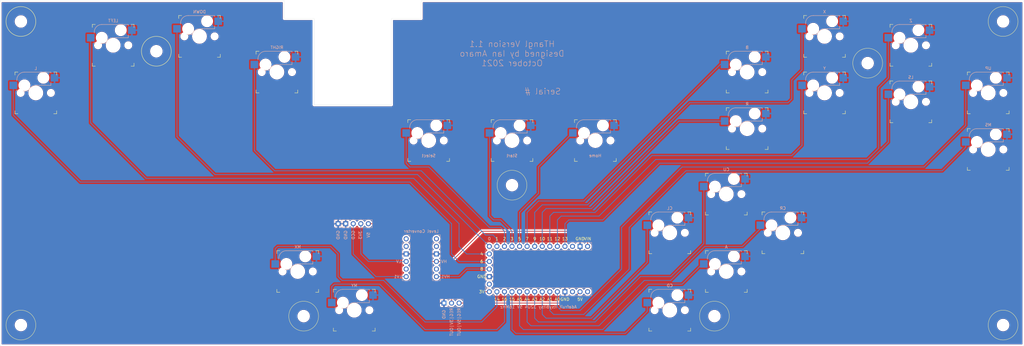
<source format=kicad_pcb>
(kicad_pcb (version 20171130) (host pcbnew "(5.1.10)-1")
  (title_block (title Rectangle) (rev 1))
  (layers (0 F.Cu signal) (31 B.Cu signal) (34 B.Paste user hide) (35 F.Paste user hide) (36 B.SilkS user) (37 F.SilkS user) (38 B.Mask user) (39 F.Mask user) (44 Edge.Cuts user))
  (net 0 "")
  (net 1 Gnd)
  (net 2 GCD)
  (net 3 3V3)
  (net 4 5V)
  (net 5 GCDA)
  (net 6 HO)
  (net 7 ST)
  (net 8 SE)
  (net 9 MY)
  (net 10 MX)
  (net 11 RI)
  (net 12 CD)
  (net 13 DO)
  (net 14 LE)
  (net 15 L)
  (net 16 CL)
  (net 17 A)
  (net 18 MS)
  (net 19 CR)
  (net 20 CU)
  (net 21 LS)
  (net 22 R)
  (net 23 Y)
  (net 24 UP)
  (net 25 Z)
  (net 26 B)
  (net 27 X)
  (net 28 R5V)
  (net 29 R3V)
  (module Connector_PinHeader_2.54mm:PinHeader_1x03_P2.54mm_Vertical (layer B.Cu) (at 187.66 151.97 270)
    (fp_text reference REF** hide)
    (fp_text value PinHeader_1x03_P2.54mm_Vertical)
    (pad 3 thru_hole oval (at 0 -5.08 270) (size 1.7 1.7) (drill 1) (layers *.Cu *.Mask) (net 28 R5V))
    (pad 2 thru_hole oval (at 0 -2.54 270) (size 1.7 1.7) (drill 1) (layers *.Cu *.Mask) (net 29 R3V))
    (pad 1 thru_hole rect (at 0 0 270) (size 1.7 1.7) (drill 1) (layers *.Cu *.Mask) (net 1 Gnd))
  )
  (module Connector_PinHeader_2.54mm:PinHeader_1x05_P2.54mm_Vertical (layer B.Cu) (at 152.1 125.3 270)
    (fp_text reference REF** hide)
    (fp_text value PinHeader_1x05_P2.54mm_Vertical)
    (pad 5 thru_hole oval (at 0 -10.16 270) (size 1.7 1.7) (drill 1) (layers *.Cu *.Mask) (net 4 5V))
    (pad 4 thru_hole oval (at 0 -7.62 270) (size 1.7 1.7) (drill 1) (layers *.Cu *.Mask) (net 3 3V3))
    (pad 3 thru_hole oval (at 0 -5.08 270) (size 1.7 1.7) (drill 1) (layers *.Cu *.Mask) (net 2 GCD))
    (pad 2 thru_hole rect (at 0 -2.54 270) (size 1.7 1.7) (drill 1) (layers *.Cu *.Mask) (net 1 Gnd))
    (pad 1 thru_hole rect (at 0 0 270) (size 1.7 1.7) (drill 1) (layers *.Cu *.Mask) (net 1 Gnd))
  )
  (module MountingHole:MountingHole_3.2mm_M3 (layer F.Cu) (at 210.52 112.36)
    (fp_text reference REF** hide)
    (fp_text value MountingHole_3.2mm_M3)
    (pad 1 np_thru_hole circle (at 0 0) (size 3.2 3.2) (drill 3.2) (layers *.Cu *.Mask))
  )
  (module Connector_PinHeader_2.54mm:PinHeader_1x05_P2.54mm_Vertical (layer B.Cu) (at 202.9 145.62)
    (fp_text reference REF** hide)
    (fp_text value PinHeader_1x05_P2.54mm_Vertical)
    (pad 5 thru_hole oval (at 0 -10.16) (size 1.7 1.7) (drill 1) (layers *.Cu *.Mask) (net 14 LE))
    (pad 4 thru_hole oval (at 0 -7.62) (size 1.7 1.7) (drill 1) (layers *.Cu *.Mask) (net 15 L))
    (pad 3 thru_hole oval (at 0 -5.08) (size 1.7 1.7) (drill 1) (layers *.Cu *.Mask) (net 5 GCDA))
    (pad 2 thru_hole rect (at 0 -2.54) (size 1.7 1.7) (drill 1) (layers *.Cu *.Mask) (net 1 Gnd))
    (pad 1 thru_hole oval (at 0 0) (size 1.7 1.7) (drill 1) (layers *.Cu *.Mask))
  )
  (module Connector_PinHeader_2.54mm:PinHeader_1x14_P2.54mm_Vertical (layer B.Cu) (at 202.9 148.16 270)
    (fp_text reference REF** hide)
    (fp_text value PinHeader_1x14_P2.54mm_Vertical)
    (pad 14 thru_hole oval (at 0 -33.02 270) (size 1.7 1.7) (drill 1) (layers *.Cu *.Mask))
    (pad 13 thru_hole oval (at 0 -30.48 270) (size 1.7 1.7) (drill 1) (layers *.Cu *.Mask) (net 28 R5V))
    (pad 12 thru_hole oval (at 0 -27.94 270) (size 1.7 1.7) (drill 1) (layers *.Cu *.Mask))
    (pad 11 thru_hole rect (at 0 -25.4 270) (size 1.7 1.7) (drill 1) (layers *.Cu *.Mask) (net 1 Gnd))
    (pad 10 thru_hole oval (at 0 -22.86 270) (size 1.7 1.7) (drill 1) (layers *.Cu *.Mask) (net 24 UP))
    (pad 9 thru_hole oval (at 0 -20.32 270) (size 1.7 1.7) (drill 1) (layers *.Cu *.Mask) (net 18 MS))
    (pad 8 thru_hole oval (at 0 -17.78 270) (size 1.7 1.7) (drill 1) (layers *.Cu *.Mask) (net 16 CL))
    (pad 7 thru_hole oval (at 0 -15.24 270) (size 1.7 1.7) (drill 1) (layers *.Cu *.Mask) (net 20 CU))
    (pad 6 thru_hole oval (at 0 -12.7 270) (size 1.7 1.7) (drill 1) (layers *.Cu *.Mask) (net 19 CR))
    (pad 5 thru_hole oval (at 0 -10.16 270) (size 1.7 1.7) (drill 1) (layers *.Cu *.Mask) (net 17 A))
    (pad 4 thru_hole oval (at 0 -7.62 270) (size 1.7 1.7) (drill 1) (layers *.Cu *.Mask) (net 12 CD))
    (pad 3 thru_hole oval (at 0 -5.08 270) (size 1.7 1.7) (drill 1) (layers *.Cu *.Mask) (net 9 MY))
    (pad 2 thru_hole oval (at 0 -2.54 270) (size 1.7 1.7) (drill 1) (layers *.Cu *.Mask) (net 10 MX))
    (pad 1 thru_hole oval (at 0 0 270) (size 1.7 1.7) (drill 1) (layers *.Cu *.Mask) (net 29 R3V))
  )
  (module Connector_PinHeader_2.54mm:PinHeader_1x14_P2.54mm_Vertical (layer B.Cu) (at 202.9 132.92 270)
    (fp_text reference REF** hide)
    (fp_text value PinHeader_1x14_P2.54mm_Vertical)
    (pad 14 thru_hole oval (at 0 -33.02 270) (size 1.7 1.7) (drill 1) (layers *.Cu *.Mask) (net 4 5V))
    (pad 13 thru_hole rect (at 0 -30.48 270) (size 1.7 1.7) (drill 1) (layers *.Cu *.Mask) (net 1 Gnd))
    (pad 12 thru_hole oval (at 0 -27.94 270) (size 1.7 1.7) (drill 1) (layers *.Cu *.Mask))
    (pad 11 thru_hole oval (at 0 -25.4 270) (size 1.7 1.7) (drill 1) (layers *.Cu *.Mask) (net 21 LS))
    (pad 10 thru_hole oval (at 0 -22.86 270) (size 1.7 1.7) (drill 1) (layers *.Cu *.Mask) (net 25 Z))
    (pad 9 thru_hole oval (at 0 -20.32 270) (size 1.7 1.7) (drill 1) (layers *.Cu *.Mask) (net 23 Y))
    (pad 8 thru_hole oval (at 0 -17.78 270) (size 1.7 1.7) (drill 1) (layers *.Cu *.Mask) (net 22 R))
    (pad 7 thru_hole oval (at 0 -15.24 270) (size 1.7 1.7) (drill 1) (layers *.Cu *.Mask) (net 27 X))
    (pad 6 thru_hole oval (at 0 -12.7 270) (size 1.7 1.7) (drill 1) (layers *.Cu *.Mask) (net 26 B))
    (pad 5 thru_hole oval (at 0 -10.16 270) (size 1.7 1.7) (drill 1) (layers *.Cu *.Mask) (net 6 HO))
    (pad 4 thru_hole oval (at 0 -7.62 270) (size 1.7 1.7) (drill 1) (layers *.Cu *.Mask) (net 7 ST))
    (pad 3 thru_hole oval (at 0 -5.08 270) (size 1.7 1.7) (drill 1) (layers *.Cu *.Mask) (net 8 SE))
    (pad 2 thru_hole oval (at 0 -2.54 270) (size 1.7 1.7) (drill 1) (layers *.Cu *.Mask) (net 11 RI))
    (pad 1 thru_hole oval (at 0 0 270) (size 1.7 1.7) (drill 1) (layers *.Cu *.Mask) (net 13 DO))
  )
  (module keyswitches:Kailh_socket_MX (layer F.Cu) (at 182.52 97.36)
    (fp_text reference Select (at 0 5.08) (layer B.SilkS) (effects (justify mirror)))
    (fp_text value Kailh_socket_MX)
    (pad 2 smd rect (at -7.56 -2.54) (size 2.55 2.5) (layers B.Cu B.Paste B.Mask) (net 8 SE))
    (pad "" np_thru_hole circle (at -5.08 0) (size 1.7018 1.7018) (drill 1.7018) (layers *.Cu *.Mask))
    (pad "" np_thru_hole circle (at 5.08 0) (size 1.7018 1.7018) (drill 1.7018) (layers *.Cu *.Mask))
    (pad "" np_thru_hole circle (at 0 0) (size 3.9878 3.9878) (drill 3.9878) (layers *.Cu *.Mask))
    (pad "" np_thru_hole circle (at -3.81 -2.54) (size 3 3) (drill 3) (layers *.Cu *.Mask))
    (pad "" np_thru_hole circle (at 2.54 -5.08) (size 3 3) (drill 3) (layers *.Cu *.Mask))
    (pad 1 smd rect (at 6.29 -5.08) (size 2.55 2.5) (layers B.Cu B.Paste B.Mask) (net 1 Gnd))
  )
  (module Connector_PinHeader_2.54mm:PinHeader_1x06_P2.54mm_Vertical (layer B.Cu) (at 185.12 130.38 180)
    (fp_text reference "Level Converter" (at 5.08 2.54) (layer B.SilkS) (effects (justify mirror)))
    (fp_text value PinHeader_1x06_P2.54mm_Vertical)
    (pad 6 thru_hole oval (at 0 -12.7 180) (size 1.7 1.7) (drill 1) (layers *.Cu *.Mask) (net 5 GCDA))
    (pad 5 thru_hole oval (at 0 -10.16 180) (size 1.7 1.7) (drill 1) (layers *.Cu *.Mask))
    (pad 4 thru_hole oval (at 0 -7.62 180) (size 1.7 1.7) (drill 1) (layers *.Cu *.Mask) (net 4 5V))
    (pad 3 thru_hole rect (at 0 -5.08 180) (size 1.7 1.7) (drill 1) (layers *.Cu *.Mask) (net 1 Gnd))
    (pad 2 thru_hole oval (at 0 -2.54 180) (size 1.7 1.7) (drill 1) (layers *.Cu *.Mask))
    (pad 1 thru_hole oval (at 0 0 180) (size 1.7 1.7) (drill 1) (layers *.Cu *.Mask))
  )
  (module MountingHole:MountingHole_3.2mm_M3 (layer F.Cu) (at 330.02 71.36)
    (fp_text reference REF** hide)
    (fp_text value MountingHole_3.2mm_M3)
    (pad 1 np_thru_hole circle (at 0 0) (size 3.2 3.2) (drill 3.2) (layers *.Cu *.Mask))
  )
  (module MountingHole:MountingHole_3.2mm_M3 (layer F.Cu) (at 91.02 67.36)
    (fp_text reference REF** hide)
    (fp_text value MountingHole_3.2mm_M3)
    (pad 1 np_thru_hole circle (at 0 0) (size 3.2 3.2) (drill 3.2) (layers *.Cu *.Mask))
  )
  (module MountingHole:MountingHole_3.2mm_M3 (layer F.Cu) (at 140.52 156.36)
    (fp_text reference REF** hide)
    (fp_text value MountingHole_3.2mm_M3)
    (pad 1 np_thru_hole circle (at 0 0) (size 3.2 3.2) (drill 3.2) (layers *.Cu *.Mask))
  )
  (module MountingHole:MountingHole_3.2mm_M3 (layer F.Cu) (at 278.52 156.36)
    (fp_text reference REF** hide)
    (fp_text value MountingHole_3.2mm_M3)
    (pad 1 np_thru_hole circle (at 0 0) (size 3.2 3.2) (drill 3.2) (layers *.Cu *.Mask))
  )
  (module MountingHole:MountingHole_3.2mm_M3 (layer F.Cu) (at 375.52 159.36)
    (fp_text reference REF** hide)
    (fp_text value MountingHole_3.2mm_M3)
    (pad 1 np_thru_hole circle (at 0 0) (size 3.2 3.2) (drill 3.2) (layers *.Cu *.Mask))
  )
  (module MountingHole:MountingHole_3.2mm_M3 (layer F.Cu) (at 375.52 57.36)
    (fp_text reference REF** hide)
    (fp_text value MountingHole_3.2mm_M3)
    (pad 1 np_thru_hole circle (at 0 0) (size 3.2 3.2) (drill 3.2) (layers *.Cu *.Mask))
  )
  (module MountingHole:MountingHole_3.2mm_M3 (layer F.Cu) (at 45.52 57.36)
    (fp_text reference REF** hide)
    (fp_text value MountingHole_3.2mm_M3)
    (pad 1 np_thru_hole circle (at 0 0) (size 3.2 3.2) (drill 3.2) (layers *.Cu *.Mask))
  )
  (module MountingHole:MountingHole_3.2mm_M3 (layer F.Cu) (at 45.52 159.36)
    (fp_text reference REF** hide)
    (fp_text value MountingHole_3.2mm_M3)
    (pad 1 np_thru_hole circle (at 0 0) (size 3.2 3.2) (drill 3.2) (layers *.Cu *.Mask))
  )
  (module Connector_PinHeader_2.54mm:PinHeader_1x06_P2.54mm_Vertical (layer B.Cu) (at 174.96 130.38 180)
    (fp_text reference REF** hide)
    (fp_text value PinHeader_1x06_P2.54mm_Vertical)
    (pad 6 thru_hole oval (at 0 -12.7 180) (size 1.7 1.7) (drill 1) (layers *.Cu *.Mask) (net 2 GCD))
    (pad 5 thru_hole oval (at 0 -10.16 180) (size 1.7 1.7) (drill 1) (layers *.Cu *.Mask))
    (pad 4 thru_hole oval (at 0 -7.62 180) (size 1.7 1.7) (drill 1) (layers *.Cu *.Mask) (net 3 3V3))
    (pad 3 thru_hole rect (at 0 -5.08 180) (size 1.7 1.7) (drill 1) (layers *.Cu *.Mask) (net 1 Gnd))
    (pad 2 thru_hole oval (at 0 -2.54 180) (size 1.7 1.7) (drill 1) (layers *.Cu *.Mask))
    (pad 1 thru_hole oval (at 0 0 180) (size 1.7 1.7) (drill 1) (layers *.Cu *.Mask))
  )
  (module keyswitches:Kailh_socket_MX (layer F.Cu) (at 263.52 154.36)
    (fp_text reference CD (at 0 -8.255) (layer B.SilkS) (effects (justify mirror)))
    (fp_text value Kailh_socket_MX)
    (pad 2 smd rect (at -7.56 -2.54) (size 2.55 2.5) (layers B.Cu B.Paste B.Mask) (net 12 CD))
    (pad "" np_thru_hole circle (at -5.08 0) (size 1.7018 1.7018) (drill 1.7018) (layers *.Cu *.Mask))
    (pad "" np_thru_hole circle (at 5.08 0) (size 1.7018 1.7018) (drill 1.7018) (layers *.Cu *.Mask))
    (pad "" np_thru_hole circle (at 0 0) (size 3.9878 3.9878) (drill 3.9878) (layers *.Cu *.Mask))
    (pad "" np_thru_hole circle (at -3.81 -2.54) (size 3 3) (drill 3) (layers *.Cu *.Mask))
    (pad "" np_thru_hole circle (at 2.54 -5.08) (size 3 3) (drill 3) (layers *.Cu *.Mask))
    (pad 1 smd rect (at 6.29 -5.08) (size 2.55 2.5) (layers B.Cu B.Paste B.Mask) (net 1 Gnd))
  )
  (module keyswitches:Kailh_socket_MX (layer F.Cu) (at 301.52 128.36)
    (fp_text reference CR (at 0 -8.255) (layer B.SilkS) (effects (justify mirror)))
    (fp_text value Kailh_socket_MX)
    (pad 2 smd rect (at -7.56 -2.54) (size 2.55 2.5) (layers B.Cu B.Paste B.Mask) (net 19 CR))
    (pad "" np_thru_hole circle (at -5.08 0) (size 1.7018 1.7018) (drill 1.7018) (layers *.Cu *.Mask))
    (pad "" np_thru_hole circle (at 5.08 0) (size 1.7018 1.7018) (drill 1.7018) (layers *.Cu *.Mask))
    (pad "" np_thru_hole circle (at 0 0) (size 3.9878 3.9878) (drill 3.9878) (layers *.Cu *.Mask))
    (pad "" np_thru_hole circle (at -3.81 -2.54) (size 3 3) (drill 3) (layers *.Cu *.Mask))
    (pad "" np_thru_hole circle (at 2.54 -5.08) (size 3 3) (drill 3) (layers *.Cu *.Mask))
    (pad 1 smd rect (at 6.29 -5.08) (size 2.55 2.5) (layers B.Cu B.Paste B.Mask) (net 1 Gnd))
  )
  (module keyswitches:Kailh_socket_MX (layer F.Cu) (at 263.52 128.36)
    (fp_text reference CL (at 0 -8.255) (layer B.SilkS) (effects (justify mirror)))
    (fp_text value Kailh_socket_MX)
    (pad 2 smd rect (at -7.56 -2.54) (size 2.55 2.5) (layers B.Cu B.Paste B.Mask) (net 16 CL))
    (pad "" np_thru_hole circle (at -5.08 0) (size 1.7018 1.7018) (drill 1.7018) (layers *.Cu *.Mask))
    (pad "" np_thru_hole circle (at 5.08 0) (size 1.7018 1.7018) (drill 1.7018) (layers *.Cu *.Mask))
    (pad "" np_thru_hole circle (at 0 0) (size 3.9878 3.9878) (drill 3.9878) (layers *.Cu *.Mask))
    (pad "" np_thru_hole circle (at -3.81 -2.54) (size 3 3) (drill 3) (layers *.Cu *.Mask))
    (pad "" np_thru_hole circle (at 2.54 -5.08) (size 3 3) (drill 3) (layers *.Cu *.Mask))
    (pad 1 smd rect (at 6.29 -5.08) (size 2.55 2.5) (layers B.Cu B.Paste B.Mask) (net 1 Gnd))
  )
  (module keyswitches:Kailh_socket_MX (layer F.Cu) (at 282.52 115.36)
    (fp_text reference CU (at 0 -8.255) (layer B.SilkS) (effects (justify mirror)))
    (fp_text value Kailh_socket_MX)
    (pad 2 smd rect (at -7.56 -2.54) (size 2.55 2.5) (layers B.Cu B.Paste B.Mask) (net 20 CU))
    (pad "" np_thru_hole circle (at -5.08 0) (size 1.7018 1.7018) (drill 1.7018) (layers *.Cu *.Mask))
    (pad "" np_thru_hole circle (at 5.08 0) (size 1.7018 1.7018) (drill 1.7018) (layers *.Cu *.Mask))
    (pad "" np_thru_hole circle (at 0 0) (size 3.9878 3.9878) (drill 3.9878) (layers *.Cu *.Mask))
    (pad "" np_thru_hole circle (at -3.81 -2.54) (size 3 3) (drill 3) (layers *.Cu *.Mask))
    (pad "" np_thru_hole circle (at 2.54 -5.08) (size 3 3) (drill 3) (layers *.Cu *.Mask))
    (pad 1 smd rect (at 6.29 -5.08) (size 2.55 2.5) (layers B.Cu B.Paste B.Mask) (net 1 Gnd))
  )
  (module keyswitches:Kailh_socket_MX (layer F.Cu) (at 282.52 141.36)
    (fp_text reference A (at 0 -8.255) (layer B.SilkS) (effects (justify mirror)))
    (fp_text value Kailh_socket_MX)
    (pad 2 smd rect (at -7.56 -2.54) (size 2.55 2.5) (layers B.Cu B.Paste B.Mask) (net 17 A))
    (pad "" np_thru_hole circle (at -5.08 0) (size 1.7018 1.7018) (drill 1.7018) (layers *.Cu *.Mask))
    (pad "" np_thru_hole circle (at 5.08 0) (size 1.7018 1.7018) (drill 1.7018) (layers *.Cu *.Mask))
    (pad "" np_thru_hole circle (at 0 0) (size 3.9878 3.9878) (drill 3.9878) (layers *.Cu *.Mask))
    (pad "" np_thru_hole circle (at -3.81 -2.54) (size 3 3) (drill 3) (layers *.Cu *.Mask))
    (pad "" np_thru_hole circle (at 2.54 -5.08) (size 3 3) (drill 3) (layers *.Cu *.Mask))
    (pad 1 smd rect (at 6.29 -5.08) (size 2.55 2.5) (layers B.Cu B.Paste B.Mask) (net 1 Gnd))
  )
  (module keyswitches:Kailh_socket_MX (layer F.Cu) (at 157.52 154.36)
    (fp_text reference MY (at 0 -8.255) (layer B.SilkS) (effects (justify mirror)))
    (fp_text value Kailh_socket_MX)
    (pad 2 smd rect (at -7.56 -2.54) (size 2.55 2.5) (layers B.Cu B.Paste B.Mask) (net 9 MY))
    (pad "" np_thru_hole circle (at -5.08 0) (size 1.7018 1.7018) (drill 1.7018) (layers *.Cu *.Mask))
    (pad "" np_thru_hole circle (at 5.08 0) (size 1.7018 1.7018) (drill 1.7018) (layers *.Cu *.Mask))
    (pad "" np_thru_hole circle (at 0 0) (size 3.9878 3.9878) (drill 3.9878) (layers *.Cu *.Mask))
    (pad "" np_thru_hole circle (at -3.81 -2.54) (size 3 3) (drill 3) (layers *.Cu *.Mask))
    (pad "" np_thru_hole circle (at 2.54 -5.08) (size 3 3) (drill 3) (layers *.Cu *.Mask))
    (pad 1 smd rect (at 6.29 -5.08) (size 2.55 2.5) (layers B.Cu B.Paste B.Mask) (net 1 Gnd))
  )
  (module keyswitches:Kailh_socket_MX (layer F.Cu) (at 138.52 141.36)
    (fp_text reference MX (at 0 -8.255) (layer B.SilkS) (effects (justify mirror)))
    (fp_text value Kailh_socket_MX)
    (pad 2 smd rect (at -7.56 -2.54) (size 2.55 2.5) (layers B.Cu B.Paste B.Mask) (net 10 MX))
    (pad "" np_thru_hole circle (at -5.08 0) (size 1.7018 1.7018) (drill 1.7018) (layers *.Cu *.Mask))
    (pad "" np_thru_hole circle (at 5.08 0) (size 1.7018 1.7018) (drill 1.7018) (layers *.Cu *.Mask))
    (pad "" np_thru_hole circle (at 0 0) (size 3.9878 3.9878) (drill 3.9878) (layers *.Cu *.Mask))
    (pad "" np_thru_hole circle (at -3.81 -2.54) (size 3 3) (drill 3) (layers *.Cu *.Mask))
    (pad "" np_thru_hole circle (at 2.54 -5.08) (size 3 3) (drill 3) (layers *.Cu *.Mask))
    (pad 1 smd rect (at 6.29 -5.08) (size 2.55 2.5) (layers B.Cu B.Paste B.Mask) (net 1 Gnd))
  )
  (module keyswitches:Kailh_socket_MX (layer F.Cu) (at 370.52 100.36)
    (fp_text reference MS (at 0 -8.255) (layer B.SilkS) (effects (justify mirror)))
    (fp_text value Kailh_socket_MX)
    (pad 2 smd rect (at -7.56 -2.54) (size 2.55 2.5) (layers B.Cu B.Paste B.Mask) (net 18 MS))
    (pad "" np_thru_hole circle (at -5.08 0) (size 1.7018 1.7018) (drill 1.7018) (layers *.Cu *.Mask))
    (pad "" np_thru_hole circle (at 5.08 0) (size 1.7018 1.7018) (drill 1.7018) (layers *.Cu *.Mask))
    (pad "" np_thru_hole circle (at 0 0) (size 3.9878 3.9878) (drill 3.9878) (layers *.Cu *.Mask))
    (pad "" np_thru_hole circle (at -3.81 -2.54) (size 3 3) (drill 3) (layers *.Cu *.Mask))
    (pad "" np_thru_hole circle (at 2.54 -5.08) (size 3 3) (drill 3) (layers *.Cu *.Mask))
    (pad 1 smd rect (at 6.29 -5.08) (size 2.55 2.5) (layers B.Cu B.Paste B.Mask) (net 1 Gnd))
  )
  (module keyswitches:Kailh_socket_MX (layer F.Cu) (at 344.52 84.36)
    (fp_text reference LS (at 0 -8.255) (layer B.SilkS) (effects (justify mirror)))
    (fp_text value Kailh_socket_MX)
    (pad 2 smd rect (at -7.56 -2.54) (size 2.55 2.5) (layers B.Cu B.Paste B.Mask) (net 21 LS))
    (pad "" np_thru_hole circle (at -5.08 0) (size 1.7018 1.7018) (drill 1.7018) (layers *.Cu *.Mask))
    (pad "" np_thru_hole circle (at 5.08 0) (size 1.7018 1.7018) (drill 1.7018) (layers *.Cu *.Mask))
    (pad "" np_thru_hole circle (at 0 0) (size 3.9878 3.9878) (drill 3.9878) (layers *.Cu *.Mask))
    (pad "" np_thru_hole circle (at -3.81 -2.54) (size 3 3) (drill 3) (layers *.Cu *.Mask))
    (pad "" np_thru_hole circle (at 2.54 -5.08) (size 3 3) (drill 3) (layers *.Cu *.Mask))
    (pad 1 smd rect (at 6.29 -5.08) (size 2.55 2.5) (layers B.Cu B.Paste B.Mask) (net 1 Gnd))
  )
  (module keyswitches:Kailh_socket_MX (layer F.Cu) (at 315.52 81.36)
    (fp_text reference Y (at 0 -8.255) (layer B.SilkS) (effects (justify mirror)))
    (fp_text value Kailh_socket_MX)
    (pad 2 smd rect (at -7.56 -2.54) (size 2.55 2.5) (layers B.Cu B.Paste B.Mask) (net 23 Y))
    (pad "" np_thru_hole circle (at -5.08 0) (size 1.7018 1.7018) (drill 1.7018) (layers *.Cu *.Mask))
    (pad "" np_thru_hole circle (at 5.08 0) (size 1.7018 1.7018) (drill 1.7018) (layers *.Cu *.Mask))
    (pad "" np_thru_hole circle (at 0 0) (size 3.9878 3.9878) (drill 3.9878) (layers *.Cu *.Mask))
    (pad "" np_thru_hole circle (at -3.81 -2.54) (size 3 3) (drill 3) (layers *.Cu *.Mask))
    (pad "" np_thru_hole circle (at 2.54 -5.08) (size 3 3) (drill 3) (layers *.Cu *.Mask))
    (pad 1 smd rect (at 6.29 -5.08) (size 2.55 2.5) (layers B.Cu B.Paste B.Mask) (net 1 Gnd))
  )
  (module keyswitches:Kailh_socket_MX (layer F.Cu) (at 289.52 93.36)
    (fp_text reference R (at 0 -8.255) (layer B.SilkS) (effects (justify mirror)))
    (fp_text value Kailh_socket_MX)
    (pad 2 smd rect (at -7.56 -2.54) (size 2.55 2.5) (layers B.Cu B.Paste B.Mask) (net 22 R))
    (pad "" np_thru_hole circle (at -5.08 0) (size 1.7018 1.7018) (drill 1.7018) (layers *.Cu *.Mask))
    (pad "" np_thru_hole circle (at 5.08 0) (size 1.7018 1.7018) (drill 1.7018) (layers *.Cu *.Mask))
    (pad "" np_thru_hole circle (at 0 0) (size 3.9878 3.9878) (drill 3.9878) (layers *.Cu *.Mask))
    (pad "" np_thru_hole circle (at -3.81 -2.54) (size 3 3) (drill 3) (layers *.Cu *.Mask))
    (pad "" np_thru_hole circle (at 2.54 -5.08) (size 3 3) (drill 3) (layers *.Cu *.Mask))
    (pad 1 smd rect (at 6.29 -5.08) (size 2.55 2.5) (layers B.Cu B.Paste B.Mask) (net 1 Gnd))
  )
  (module keyswitches:Kailh_socket_MX (layer F.Cu) (at 315.52 62.36)
    (fp_text reference X (at 0 -8.255) (layer B.SilkS) (effects (justify mirror)))
    (fp_text value Kailh_socket_MX)
    (pad 2 smd rect (at -7.56 -2.54) (size 2.55 2.5) (layers B.Cu B.Paste B.Mask) (net 27 X))
    (pad "" np_thru_hole circle (at -5.08 0) (size 1.7018 1.7018) (drill 1.7018) (layers *.Cu *.Mask))
    (pad "" np_thru_hole circle (at 5.08 0) (size 1.7018 1.7018) (drill 1.7018) (layers *.Cu *.Mask))
    (pad "" np_thru_hole circle (at 0 0) (size 3.9878 3.9878) (drill 3.9878) (layers *.Cu *.Mask))
    (pad "" np_thru_hole circle (at -3.81 -2.54) (size 3 3) (drill 3) (layers *.Cu *.Mask))
    (pad "" np_thru_hole circle (at 2.54 -5.08) (size 3 3) (drill 3) (layers *.Cu *.Mask))
    (pad 1 smd rect (at 6.29 -5.08) (size 2.55 2.5) (layers B.Cu B.Paste B.Mask) (net 1 Gnd))
  )
  (module keyswitches:Kailh_socket_MX (layer F.Cu) (at 370.52 81.36)
    (fp_text reference UP (at 0 -8.255) (layer B.SilkS) (effects (justify mirror)))
    (fp_text value Kailh_socket_MX)
    (pad 2 smd rect (at -7.56 -2.54) (size 2.55 2.5) (layers B.Cu B.Paste B.Mask) (net 24 UP))
    (pad "" np_thru_hole circle (at -5.08 0) (size 1.7018 1.7018) (drill 1.7018) (layers *.Cu *.Mask))
    (pad "" np_thru_hole circle (at 5.08 0) (size 1.7018 1.7018) (drill 1.7018) (layers *.Cu *.Mask))
    (pad "" np_thru_hole circle (at 0 0) (size 3.9878 3.9878) (drill 3.9878) (layers *.Cu *.Mask))
    (pad "" np_thru_hole circle (at -3.81 -2.54) (size 3 3) (drill 3) (layers *.Cu *.Mask))
    (pad "" np_thru_hole circle (at 2.54 -5.08) (size 3 3) (drill 3) (layers *.Cu *.Mask))
    (pad 1 smd rect (at 6.29 -5.08) (size 2.55 2.5) (layers B.Cu B.Paste B.Mask) (net 1 Gnd))
  )
  (module keyswitches:Kailh_socket_MX (layer F.Cu) (at 344.52 65.36)
    (fp_text reference Z (at 0 -8.255) (layer B.SilkS) (effects (justify mirror)))
    (fp_text value Kailh_socket_MX)
    (pad 2 smd rect (at -7.56 -2.54) (size 2.55 2.5) (layers B.Cu B.Paste B.Mask) (net 25 Z))
    (pad "" np_thru_hole circle (at -5.08 0) (size 1.7018 1.7018) (drill 1.7018) (layers *.Cu *.Mask))
    (pad "" np_thru_hole circle (at 5.08 0) (size 1.7018 1.7018) (drill 1.7018) (layers *.Cu *.Mask))
    (pad "" np_thru_hole circle (at 0 0) (size 3.9878 3.9878) (drill 3.9878) (layers *.Cu *.Mask))
    (pad "" np_thru_hole circle (at -3.81 -2.54) (size 3 3) (drill 3) (layers *.Cu *.Mask))
    (pad "" np_thru_hole circle (at 2.54 -5.08) (size 3 3) (drill 3) (layers *.Cu *.Mask))
    (pad 1 smd rect (at 6.29 -5.08) (size 2.55 2.5) (layers B.Cu B.Paste B.Mask) (net 1 Gnd))
  )
  (module keyswitches:Kailh_socket_MX (layer F.Cu) (at 289.52 74.36)
    (fp_text reference B (at 0 -8.255) (layer B.SilkS) (effects (justify mirror)))
    (fp_text value Kailh_socket_MX)
    (pad 2 smd rect (at -7.56 -2.54) (size 2.55 2.5) (layers B.Cu B.Paste B.Mask) (net 26 B))
    (pad "" np_thru_hole circle (at -5.08 0) (size 1.7018 1.7018) (drill 1.7018) (layers *.Cu *.Mask))
    (pad "" np_thru_hole circle (at 5.08 0) (size 1.7018 1.7018) (drill 1.7018) (layers *.Cu *.Mask))
    (pad "" np_thru_hole circle (at 0 0) (size 3.9878 3.9878) (drill 3.9878) (layers *.Cu *.Mask))
    (pad "" np_thru_hole circle (at -3.81 -2.54) (size 3 3) (drill 3) (layers *.Cu *.Mask))
    (pad "" np_thru_hole circle (at 2.54 -5.08) (size 3 3) (drill 3) (layers *.Cu *.Mask))
    (pad 1 smd rect (at 6.29 -5.08) (size 2.55 2.5) (layers B.Cu B.Paste B.Mask) (net 1 Gnd))
  )
  (module keyswitches:Kailh_socket_MX (layer F.Cu) (at 238.52 97.36)
    (fp_text reference Home (at -0.06 5.08) (layer B.SilkS) (effects (justify mirror)))
    (fp_text value Kailh_socket_MX)
    (pad 2 smd rect (at -7.56 -2.54) (size 2.55 2.5) (layers B.Cu B.Paste B.Mask) (net 6 HO))
    (pad "" np_thru_hole circle (at -5.08 0) (size 1.7018 1.7018) (drill 1.7018) (layers *.Cu *.Mask))
    (pad "" np_thru_hole circle (at 5.08 0) (size 1.7018 1.7018) (drill 1.7018) (layers *.Cu *.Mask))
    (pad "" np_thru_hole circle (at 0 0) (size 3.9878 3.9878) (drill 3.9878) (layers *.Cu *.Mask))
    (pad "" np_thru_hole circle (at -3.81 -2.54) (size 3 3) (drill 3) (layers *.Cu *.Mask))
    (pad "" np_thru_hole circle (at 2.54 -5.08) (size 3 3) (drill 3) (layers *.Cu *.Mask))
    (pad 1 smd rect (at 6.29 -5.08) (size 2.55 2.5) (layers B.Cu B.Paste B.Mask) (net 1 Gnd))
  )
  (module keyswitches:Kailh_socket_MX (layer F.Cu) (at 210.52 97.36)
    (fp_text reference Start (at 0 5.08) (layer B.SilkS) (effects (justify mirror)))
    (fp_text value Kailh_socket_MX)
    (pad 2 smd rect (at -7.56 -2.54) (size 2.55 2.5) (layers B.Cu B.Paste B.Mask) (net 7 ST))
    (pad "" np_thru_hole circle (at -5.08 0) (size 1.7018 1.7018) (drill 1.7018) (layers *.Cu *.Mask))
    (pad "" np_thru_hole circle (at 5.08 0) (size 1.7018 1.7018) (drill 1.7018) (layers *.Cu *.Mask))
    (pad "" np_thru_hole circle (at 0 0) (size 3.9878 3.9878) (drill 3.9878) (layers *.Cu *.Mask))
    (pad "" np_thru_hole circle (at -3.81 -2.54) (size 3 3) (drill 3) (layers *.Cu *.Mask))
    (pad "" np_thru_hole circle (at 2.54 -5.08) (size 3 3) (drill 3) (layers *.Cu *.Mask))
    (pad 1 smd rect (at 6.29 -5.08) (size 2.55 2.5) (layers B.Cu B.Paste B.Mask) (net 1 Gnd))
  )
  (module keyswitches:Kailh_socket_MX (layer F.Cu) (at 105.52 62.36)
    (fp_text reference DOWN (at 0 -8.255) (layer B.SilkS) (effects (justify mirror)))
    (fp_text value Kailh_socket_MX)
    (pad 2 smd rect (at -7.56 -2.54) (size 2.55 2.5) (layers B.Cu B.Paste B.Mask) (net 13 DO))
    (pad "" np_thru_hole circle (at -5.08 0) (size 1.7018 1.7018) (drill 1.7018) (layers *.Cu *.Mask))
    (pad "" np_thru_hole circle (at 5.08 0) (size 1.7018 1.7018) (drill 1.7018) (layers *.Cu *.Mask))
    (pad "" np_thru_hole circle (at 0 0) (size 3.9878 3.9878) (drill 3.9878) (layers *.Cu *.Mask))
    (pad "" np_thru_hole circle (at -3.81 -2.54) (size 3 3) (drill 3) (layers *.Cu *.Mask))
    (pad "" np_thru_hole circle (at 2.54 -5.08) (size 3 3) (drill 3) (layers *.Cu *.Mask))
    (pad 1 smd rect (at 6.29 -5.08) (size 2.55 2.5) (layers B.Cu B.Paste B.Mask) (net 1 Gnd))
  )
  (module keyswitches:Kailh_socket_MX (layer F.Cu) (at 50.52 81.36)
    (fp_text reference L (at 0 -8.255) (layer B.SilkS) (effects (justify mirror)))
    (fp_text value Kailh_socket_MX)
    (pad 2 smd rect (at -7.56 -2.54) (size 2.55 2.5) (layers B.Cu B.Paste B.Mask) (net 15 L))
    (pad "" np_thru_hole circle (at -5.08 0) (size 1.7018 1.7018) (drill 1.7018) (layers *.Cu *.Mask))
    (pad "" np_thru_hole circle (at 5.08 0) (size 1.7018 1.7018) (drill 1.7018) (layers *.Cu *.Mask))
    (pad "" np_thru_hole circle (at 0 0) (size 3.9878 3.9878) (drill 3.9878) (layers *.Cu *.Mask))
    (pad "" np_thru_hole circle (at -3.81 -2.54) (size 3 3) (drill 3) (layers *.Cu *.Mask))
    (pad "" np_thru_hole circle (at 2.54 -5.08) (size 3 3) (drill 3) (layers *.Cu *.Mask))
    (pad 1 smd rect (at 6.29 -5.08) (size 2.55 2.5) (layers B.Cu B.Paste B.Mask) (net 1 Gnd))
  )
  (module keyswitches:Kailh_socket_MX (layer F.Cu) (at 131.52 74.36)
    (fp_text reference RIGHT (at 0 -8.255) (layer B.SilkS) (effects (justify mirror)))
    (fp_text value Kailh_socket_MX)
    (pad 2 smd rect (at -7.56 -2.54) (size 2.55 2.5) (layers B.Cu B.Paste B.Mask) (net 11 RI))
    (pad "" np_thru_hole circle (at -5.08 0) (size 1.7018 1.7018) (drill 1.7018) (layers *.Cu *.Mask))
    (pad "" np_thru_hole circle (at 5.08 0) (size 1.7018 1.7018) (drill 1.7018) (layers *.Cu *.Mask))
    (pad "" np_thru_hole circle (at 0 0) (size 3.9878 3.9878) (drill 3.9878) (layers *.Cu *.Mask))
    (pad "" np_thru_hole circle (at -3.81 -2.54) (size 3 3) (drill 3) (layers *.Cu *.Mask))
    (pad "" np_thru_hole circle (at 2.54 -5.08) (size 3 3) (drill 3) (layers *.Cu *.Mask))
    (pad 1 smd rect (at 6.29 -5.08) (size 2.55 2.5) (layers B.Cu B.Paste B.Mask) (net 1 Gnd))
  )
  (module keyswitches:Kailh_socket_MX (layer F.Cu) (at 76.52 65.36)
    (fp_text reference LEFT (at 0 -8.255) (layer B.SilkS) (effects (justify mirror)))
    (fp_text value Kailh_socket_MX)
    (pad 2 smd rect (at -7.56 -2.54) (size 2.55 2.5) (layers B.Cu B.Paste B.Mask) (net 14 LE))
    (pad "" np_thru_hole circle (at -5.08 0) (size 1.7018 1.7018) (drill 1.7018) (layers *.Cu *.Mask))
    (pad "" np_thru_hole circle (at 5.08 0) (size 1.7018 1.7018) (drill 1.7018) (layers *.Cu *.Mask))
    (pad "" np_thru_hole circle (at 0 0) (size 3.9878 3.9878) (drill 3.9878) (layers *.Cu *.Mask))
    (pad "" np_thru_hole circle (at -3.81 -2.54) (size 3 3) (drill 3) (layers *.Cu *.Mask))
    (pad "" np_thru_hole circle (at 2.54 -5.08) (size 3 3) (drill 3) (layers *.Cu *.Mask))
    (pad 1 smd rect (at 6.29 -5.08) (size 2.55 2.5) (layers B.Cu B.Paste B.Mask) (net 1 Gnd))
  )
  (gr_text GND (at 187.66 155.78 90) (layer B.SilkS) (effects (font (size 1 1)) (justify mirror)))
  (gr_text REG|3V|OUT (at 190.2 158.32 90) (layer B.SilkS) (effects (font (size 1 1)) (justify mirror)))
  (gr_text REG|5V|OUT (at 192.74 158.32 90) (layer B.SilkS) (effects (font (size 1 1)) (justify mirror)))
  (gr_text 5V (at 233.38 150.7) (layer F.SilkS) (effects (font (size 1 1))))
  (gr_text 3V (at 200.36 148.16) (layer F.SilkS) (effects (font (size 1 1))))
  (gr_text "Adafruit ItsyBitsy 32U4 5V 16MHz" (at 219.41 153.24) (layer B.SilkS) (effects (font (size 1 1)) (justify mirror)))
  (gr_text GND (at 152.1 129.11 90) (layer B.SilkS) (effects (font (size 1 1)) (justify mirror)))
  (gr_line (start 144.02 85.36) (end 170.02 85.36) (layer Edge.Cuts) (width 0.05))
  (gr_text LV1 (at 172.166 143.08) (layer B.SilkS) (effects (font (size 1 1)) (justify mirror)))
  (gr_text LV (at 172.42 138) (layer B.SilkS) (effects (font (size 1 1)) (justify mirror)))
  (gr_text HV (at 187.66 138) (layer B.SilkS) (effects (font (size 1 1)) (justify mirror)))
  (gr_text HV1 (at 188.168 143.08) (layer B.SilkS) (effects (font (size 1 1)) (justify mirror)))
  (gr_text "Serial #" (at 227.03 80.85) (layer B.SilkS) (effects (font (size 2 2)) (justify left mirror)))
  (gr_text "HTangl Version 1.1\nDesigned by Ian Amaro\nOctober 2021" (at 210.52 68.15) (layer B.SilkS) (effects (font (size 2 2)) (justify mirror)))
  (gr_text GND (at 233.38 130.38) (layer F.SilkS) (effects (font (size 1 1))))
  (gr_text A0 (at 225.76 150.7) (layer F.SilkS) (effects (font (size 1 1))))
  (gr_text A1 (at 223.22 150.7) (layer F.SilkS) (effects (font (size 1 1))))
  (gr_text A2 (at 220.68 150.7) (layer F.SilkS) (effects (font (size 1 1))))
  (gr_text A3 (at 218.14 150.7) (layer F.SilkS) (effects (font (size 1 1))))
  (gr_text A4 (at 215.6 150.7) (layer F.SilkS) (effects (font (size 1 1))))
  (gr_text A5 (at 213.06 150.7) (layer F.SilkS) (effects (font (size 1 1))))
  (gr_text 15 (at 210.52 150.7) (layer F.SilkS) (effects (font (size 1 1))))
  (gr_text 16 (at 207.98 150.7) (layer F.SilkS) (effects (font (size 1 1))))
  (gr_text 14 (at 205.44 150.7) (layer F.SilkS) (effects (font (size 1 1))))
  (gr_text GND (at 228.3 150.7) (layer F.SilkS) (effects (font (size 1 1))))
  (gr_text GND (at 200.36 143.08) (layer F.SilkS) (effects (font (size 1 1))))
  (gr_text 8 (at 200.36 140.54) (layer F.SilkS) (effects (font (size 1 1))))
  (gr_text 6 (at 200.36 138) (layer F.SilkS) (effects (font (size 1 1))))
  (gr_text 4 (at 200.36 135.46) (layer F.SilkS) (effects (font (size 1 1))))
  (gr_text VIN (at 235.92 130.38) (layer F.SilkS) (effects (font (size 1 1))))
  (gr_text 13 (at 228.3 130.38) (layer F.SilkS) (effects (font (size 1 1))))
  (gr_text 12 (at 225.76 130.38) (layer F.SilkS) (effects (font (size 1 1))))
  (gr_text 11 (at 223.22 130.38) (layer F.SilkS) (effects (font (size 1 1))))
  (gr_text 10 (at 220.68 130.38) (layer F.SilkS) (effects (font (size 1 1))))
  (gr_text 9 (at 218.14 130.38) (layer F.SilkS) (effects (font (size 1 1))))
  (gr_text 7 (at 215.6 130.38) (layer F.SilkS) (effects (font (size 1 1))))
  (gr_text 5 (at 213.06 130.38) (layer F.SilkS) (effects (font (size 1 1))))
  (gr_text 3 (at 210.52 130.38) (layer F.SilkS) (effects (font (size 1 1))))
  (gr_text 2 (at 207.98 130.38) (layer F.SilkS) (effects (font (size 1 1))))
  (gr_text 1 (at 205.44 130.38) (layer F.SilkS) (effects (font (size 1 1))))
  (gr_text 0 (at 202.9 130.38) (layer B.SilkS) (effects (font (size 1 1)) (justify mirror)))
  (gr_line (start 144.02 56.36) (end 144.02 85.36) (layer Edge.Cuts) (width 0.05))
  (gr_line (start 170.02 56.36) (end 170.02 85.36) (layer Edge.Cuts) (width 0.05))
  (gr_line (start 134.02 56.36) (end 144.02 56.36) (layer Edge.Cuts) (width 0.05))
  (gr_line (start 180.02 56.36) (end 170.02 56.36) (layer Edge.Cuts) (width 0.05))
  (gr_line (start 134.02 50.36) (end 134.02 56.36) (layer Edge.Cuts) (width 0.05))
  (gr_line (start 180.02 50.36) (end 180.02 56.36) (layer Edge.Cuts) (width 0.05))
  (gr_circle (center 330.02 71.36) (end 335.02 71.36) (layer F.SilkS) (width 0.12))
  (gr_line (start 382.52 50.36) (end 180.02 50.36) (layer Edge.Cuts) (width 0.05))
  (gr_line (start 38.52 50.36) (end 134.02 50.36) (layer Edge.Cuts) (width 0.05))
  (gr_text 5V (at 162.26 129.11 90) (layer B.SilkS) (effects (font (size 1 1)) (justify mirror)))
  (gr_text GCD (at 157.18 129.11 90) (layer B.SilkS) (effects (font (size 1 1)) (justify mirror)))
  (gr_text 3V3 (at 159.52 129.11 90) (layer B.SilkS) (effects (font (size 1 1)) (justify mirror)))
  (gr_text GND (at 154.64 129.11 90) (layer B.SilkS) (effects (font (size 1 1)) (justify mirror)))
  (gr_circle (center 140.52 156.36) (end 145.52 156.36) (layer F.SilkS) (width 0.12))
  (gr_circle (center 278.52 156.36) (end 283.52 156.36) (layer F.SilkS) (width 0.12))
  (gr_circle (center 375.52 159.36) (end 380.52 159.36) (layer F.SilkS) (width 0.12))
  (gr_circle (center 375.52 57.36) (end 380.52 57.36) (layer F.SilkS) (width 0.12))
  (gr_circle (center 210.52 112.36) (end 215.52 112.36) (layer F.SilkS) (width 0.12))
  (gr_circle (center 45.52 159.36) (end 50.52 159.36) (layer F.SilkS) (width 0.12))
  (gr_circle (center 91.02 67.36) (end 96.02 67.36) (layer F.SilkS) (width 0.15))
  (gr_circle (center 45.52 57.36) (end 50.52 57.36) (layer F.SilkS) (width 0.15))
  (gr_line (start 382.52 166.36) (end 382.52 50.36) (layer Edge.Cuts) (width 0.05))
  (gr_line (start 38.52 166.36) (end 382.52 166.36) (layer Edge.Cuts) (width 0.05))
  (gr_line (start 38.52 50.36) (end 38.52 166.36) (layer Edge.Cuts) (width 0.05))
  (segment (start 174.96 143.08) (end 164.8 143.08) (width 0.25) (layer B.Cu) (net 2))
  (segment (start 157.18 135.46) (end 157.18 130.38) (width 0.25) (layer B.Cu) (net 2))
  (segment (start 164.8 143.08) (end 157.18 135.46) (width 0.25) (layer B.Cu) (net 2))
  (segment (start 157.18 130.38) (end 157.18 125.3) (width 0.25) (layer B.Cu) (net 2))
  (segment (start 174.96 138) (end 162.26 138) (width 0.25) (layer B.Cu) (net 3))
  (segment (start 162.26 138) (end 159.72 135.46) (width 0.25) (layer B.Cu) (net 3))
  (segment (start 159.72 135.46) (end 159.72 130.38) (width 0.25) (layer B.Cu) (net 3))
  (segment (start 159.72 130.38) (end 159.72 125.3) (width 0.25) (layer B.Cu) (net 3))
  (segment (start 235.92 132.92) (end 235.92 130.38) (width 0.25) (layer F.Cu) (net 4))
  (segment (start 235.92 130.38) (end 233.38 127.84) (width 0.25) (layer F.Cu) (net 4))
  (segment (start 233.38 127.84) (end 200.36 127.84) (width 0.25) (layer F.Cu) (net 4))
  (segment (start 190.2 138) (end 185.12 138) (width 0.25) (layer F.Cu) (net 4))
  (segment (start 200.36 127.84) (end 190.2 138) (width 0.25) (layer F.Cu) (net 4))
  (segment (start 185.12 138) (end 182.58 138) (width 0.25) (layer F.Cu) (net 4))
  (segment (start 182.58 138) (end 180.04 135.46) (width 0.25) (layer F.Cu) (net 4))
  (segment (start 180.04 135.46) (end 180.04 127.84) (width 0.25) (layer F.Cu) (net 4))
  (segment (start 180.04 127.84) (end 177.5 125.3) (width 0.25) (layer F.Cu) (net 4))
  (segment (start 177.5 125.3) (end 167.34 125.3) (width 0.25) (layer F.Cu) (net 4))
  (segment (start 167.34 125.3) (end 162.26 125.3) (width 0.25) (layer F.Cu) (net 4))
  (segment (start 185.12 143.08) (end 192.74 143.08) (width 0.25) (layer B.Cu) (net 5))
  (segment (start 195.28 140.54) (end 202.9 140.54) (width 0.25) (layer B.Cu) (net 5))
  (segment (start 192.74 143.08) (end 195.28 140.54) (width 0.25) (layer B.Cu) (net 5))
  (segment (start 230.96 94.82) (end 230.84 94.82) (width 0.25) (layer B.Cu) (net 6))
  (segment (start 230.84 94.82) (end 219.41 106.25) (width 0.25) (layer B.Cu) (net 6))
  (segment (start 219.41 106.25) (end 219.41 115.14) (width 0.25) (layer B.Cu) (net 6))
  (segment (start 213.06 121.49) (end 213.06 132.92) (width 0.25) (layer B.Cu) (net 6))
  (segment (start 219.41 115.14) (end 213.06 121.49) (width 0.25) (layer B.Cu) (net 6))
  (segment (start 202.96 94.82) (end 202.96 122.7) (width 0.25) (layer B.Cu) (net 7))
  (segment (start 202.96 122.7) (end 204.29 124.03) (width 0.25) (layer B.Cu) (net 7))
  (segment (start 204.29 124.03) (end 206.71 124.03) (width 0.25) (layer B.Cu) (net 7))
  (segment (start 210.52 127.84) (end 210.52 132.92) (width 0.25) (layer B.Cu) (net 7))
  (segment (start 206.71 124.03) (end 210.52 127.84) (width 0.25) (layer B.Cu) (net 7))
  (segment (start 207.98 127.84) (end 207.98 132.92) (width 0.25) (layer B.Cu) (net 8))
  (segment (start 206.71 126.57) (end 207.98 127.84) (width 0.25) (layer B.Cu) (net 8))
  (segment (start 202.9 126.57) (end 206.71 126.57) (width 0.25) (layer B.Cu) (net 8))
  (segment (start 182.58 106.25) (end 202.9 126.57) (width 0.25) (layer B.Cu) (net 8))
  (segment (start 176.23 106.25) (end 182.58 106.25) (width 0.25) (layer B.Cu) (net 8))
  (segment (start 174.96 104.98) (end 176.23 106.25) (width 0.25) (layer B.Cu) (net 8))
  (segment (start 174.96 94.82) (end 174.96 104.98) (width 0.25) (layer B.Cu) (net 8))
  (segment (start 207.98 158.32) (end 207.98 148.16) (width 0.25) (layer B.Cu) (net 9))
  (segment (start 205.44 160.86) (end 207.98 158.32) (width 0.25) (layer B.Cu) (net 9))
  (segment (start 166.07 145.62) (end 181.31 160.86) (width 0.25) (layer B.Cu) (net 9))
  (segment (start 181.31 160.86) (end 205.44 160.86) (width 0.25) (layer B.Cu) (net 9))
  (segment (start 150.83 145.62) (end 166.07 145.62) (width 0.25) (layer B.Cu) (net 9))
  (segment (start 149.96 146.49) (end 150.83 145.62) (width 0.25) (layer B.Cu) (net 9))
  (segment (start 149.96 151.82) (end 149.96 146.49) (width 0.25) (layer B.Cu) (net 9))
  (segment (start 130.96 138.82) (end 130.96 133.74) (width 0.25) (layer B.Cu) (net 10))
  (segment (start 205.44 153.24) (end 205.44 148.16) (width 0.25) (layer B.Cu) (net 10))
  (segment (start 130.96 133.74) (end 131.78 132.92) (width 0.25) (layer B.Cu) (net 10))
  (segment (start 131.78 132.92) (end 149.56 132.92) (width 0.25) (layer B.Cu) (net 10))
  (segment (start 167.34 144.35) (end 181.31 158.32) (width 0.25) (layer B.Cu) (net 10))
  (segment (start 149.56 132.92) (end 152.1 135.46) (width 0.25) (layer B.Cu) (net 10))
  (segment (start 200.36 158.32) (end 205.44 153.24) (width 0.25) (layer B.Cu) (net 10))
  (segment (start 181.31 158.32) (end 200.36 158.32) (width 0.25) (layer B.Cu) (net 10))
  (segment (start 152.1 135.46) (end 152.1 143.08) (width 0.25) (layer B.Cu) (net 10))
  (segment (start 153.37 144.35) (end 167.34 144.35) (width 0.25) (layer B.Cu) (net 10))
  (segment (start 152.1 143.08) (end 153.37 144.35) (width 0.25) (layer B.Cu) (net 10))
  (segment (start 205.44 130.38) (end 205.44 132.92) (width 0.25) (layer B.Cu) (net 11))
  (segment (start 204.17 129.11) (end 205.44 130.38) (width 0.25) (layer B.Cu) (net 11))
  (segment (start 201.63 129.11) (end 204.17 129.11) (width 0.25) (layer B.Cu) (net 11))
  (segment (start 180.04 107.52) (end 201.63 129.11) (width 0.25) (layer B.Cu) (net 11))
  (segment (start 130.764 107.52) (end 180.04 107.52) (width 0.25) (layer B.Cu) (net 11))
  (segment (start 123.96 100.716) (end 130.764 107.52) (width 0.25) (layer B.Cu) (net 11))
  (segment (start 123.96 71.82) (end 123.96 100.716) (width 0.25) (layer B.Cu) (net 11))
  (segment (start 255.96 151.82) (end 255.96 154.79) (width 0.25) (layer B.Cu) (net 12))
  (segment (start 255.96 154.79) (end 248.62 162.13) (width 0.25) (layer B.Cu) (net 12))
  (segment (start 248.62 162.13) (end 211.79 162.13) (width 0.25) (layer B.Cu) (net 12))
  (segment (start 210.52 160.86) (end 210.52 148.16) (width 0.25) (layer B.Cu) (net 12))
  (segment (start 211.79 162.13) (end 210.52 160.86) (width 0.25) (layer B.Cu) (net 12))
  (segment (start 97.96 96.052) (end 110.698 108.79) (width 0.25) (layer B.Cu) (net 13))
  (segment (start 97.96 59.82) (end 97.96 96.052) (width 0.25) (layer B.Cu) (net 13))
  (segment (start 110.698 108.79) (end 178.77 108.79) (width 0.25) (layer B.Cu) (net 13))
  (segment (start 178.77 108.79) (end 202.9 132.92) (width 0.25) (layer B.Cu) (net 13))
  (segment (start 68.96 91.436) (end 87.584 110.06) (width 0.25) (layer B.Cu) (net 14))
  (segment (start 68.96 62.82) (end 68.96 91.436) (width 0.25) (layer B.Cu) (net 14))
  (segment (start 87.584 110.06) (end 177.5 110.06) (width 0.25) (layer B.Cu) (net 14))
  (segment (start 177.5 110.06) (end 192.74 125.3) (width 0.25) (layer B.Cu) (net 14))
  (segment (start 192.74 125.3) (end 192.74 132.92) (width 0.25) (layer B.Cu) (net 14))
  (segment (start 192.74 132.92) (end 195.28 135.46) (width 0.25) (layer B.Cu) (net 14))
  (segment (start 195.28 135.46) (end 202.9 135.46) (width 0.25) (layer B.Cu) (net 14))
  (segment (start 42.96 88.8) (end 65.49 111.33) (width 0.25) (layer B.Cu) (net 15))
  (segment (start 42.96 78.82) (end 42.96 88.8) (width 0.25) (layer B.Cu) (net 15))
  (segment (start 65.49 111.33) (end 176.23 111.33) (width 0.25) (layer B.Cu) (net 15))
  (segment (start 176.23 111.33) (end 190.2 125.3) (width 0.25) (layer B.Cu) (net 15))
  (segment (start 190.2 125.3) (end 190.2 135.46) (width 0.25) (layer B.Cu) (net 15))
  (segment (start 190.2 135.46) (end 192.74 138) (width 0.25) (layer B.Cu) (net 15))
  (segment (start 192.74 138) (end 202.9 138) (width 0.25) (layer B.Cu) (net 15))
  (segment (start 255.96 125.82) (end 255.96 138.28) (width 0.25) (layer B.Cu) (net 16))
  (segment (start 255.96 138.28) (end 237.19 157.05) (width 0.25) (layer B.Cu) (net 16))
  (segment (start 237.19 157.05) (end 221.95 157.05) (width 0.25) (layer B.Cu) (net 16))
  (segment (start 220.68 155.78) (end 220.68 148.16) (width 0.25) (layer B.Cu) (net 16))
  (segment (start 221.95 157.05) (end 220.68 155.78) (width 0.25) (layer B.Cu) (net 16))
  (segment (start 274.96 138.82) (end 274.47 138.82) (width 0.25) (layer B.Cu) (net 17))
  (segment (start 274.47 138.82) (end 267.67 145.62) (width 0.25) (layer B.Cu) (net 17))
  (segment (start 267.67 145.62) (end 256.24 145.62) (width 0.25) (layer B.Cu) (net 17))
  (segment (start 256.24 145.62) (end 241 160.86) (width 0.25) (layer B.Cu) (net 17))
  (segment (start 241 160.86) (end 214.33 160.86) (width 0.25) (layer B.Cu) (net 17))
  (segment (start 214.33 160.86) (end 213.06 159.59) (width 0.25) (layer B.Cu) (net 17))
  (segment (start 213.06 159.59) (end 213.06 148.16) (width 0.25) (layer B.Cu) (net 17))
  (segment (start 223.22 154.51) (end 223.22 148.16) (width 0.25) (layer B.Cu) (net 18))
  (segment (start 224.49 155.78) (end 223.22 154.51) (width 0.25) (layer B.Cu) (net 18))
  (segment (start 234.65 155.78) (end 224.49 155.78) (width 0.25) (layer B.Cu) (net 18))
  (segment (start 249.89 126.57) (end 249.89 140.54) (width 0.25) (layer B.Cu) (net 18))
  (segment (start 249.89 140.54) (end 234.65 155.78) (width 0.25) (layer B.Cu) (net 18))
  (segment (start 268.94 107.52) (end 249.89 126.57) (width 0.25) (layer B.Cu) (net 18))
  (segment (start 355.060334 107.52) (end 268.94 107.52) (width 0.25) (layer B.Cu) (net 18))
  (segment (start 362.96 99.620334) (end 355.060334 107.52) (width 0.25) (layer B.Cu) (net 18))
  (segment (start 362.96 97.82) (end 362.96 99.620334) (width 0.25) (layer B.Cu) (net 18))
  (segment (start 215.6 158.32) (end 215.6 148.16) (width 0.25) (layer B.Cu) (net 19))
  (segment (start 216.87 159.59) (end 215.6 158.32) (width 0.25) (layer B.Cu) (net 19))
  (segment (start 254.97 144.35) (end 239.73 159.59) (width 0.25) (layer B.Cu) (net 19))
  (segment (start 275.29 132.92) (end 263.86 144.35) (width 0.25) (layer B.Cu) (net 19))
  (segment (start 263.86 144.35) (end 254.97 144.35) (width 0.25) (layer B.Cu) (net 19))
  (segment (start 287.99 132.92) (end 275.29 132.92) (width 0.25) (layer B.Cu) (net 19))
  (segment (start 239.73 159.59) (end 216.87 159.59) (width 0.25) (layer B.Cu) (net 19))
  (segment (start 293.96 126.95) (end 287.99 132.92) (width 0.25) (layer B.Cu) (net 19))
  (segment (start 293.96 125.82) (end 293.96 126.95) (width 0.25) (layer B.Cu) (net 19))
  (segment (start 218.14 157.05) (end 218.14 148.16) (width 0.25) (layer B.Cu) (net 20))
  (segment (start 219.41 158.32) (end 218.14 157.05) (width 0.25) (layer B.Cu) (net 20))
  (segment (start 253.7 143.08) (end 238.46 158.32) (width 0.25) (layer B.Cu) (net 20))
  (segment (start 238.46 158.32) (end 219.41 158.32) (width 0.25) (layer B.Cu) (net 20))
  (segment (start 263.86 143.08) (end 253.7 143.08) (width 0.25) (layer B.Cu) (net 20))
  (segment (start 274.96 131.98) (end 263.86 143.08) (width 0.25) (layer B.Cu) (net 20))
  (segment (start 274.96 112.82) (end 274.96 131.98) (width 0.25) (layer B.Cu) (net 20))
  (segment (start 229.57 124.03) (end 228.3 125.3) (width 0.25) (layer B.Cu) (net 21))
  (segment (start 228.3 125.3) (end 228.3 132.92) (width 0.25) (layer B.Cu) (net 21))
  (segment (start 241 124.03) (end 229.57 124.03) (width 0.25) (layer B.Cu) (net 21))
  (segment (start 260.05 104.98) (end 241 124.03) (width 0.25) (layer B.Cu) (net 21))
  (segment (start 329.9 104.98) (end 260.05 104.98) (width 0.25) (layer B.Cu) (net 21))
  (segment (start 336.96 97.92) (end 329.9 104.98) (width 0.25) (layer B.Cu) (net 21))
  (segment (start 336.96 81.82) (end 336.96 97.92) (width 0.25) (layer B.Cu) (net 21))
  (segment (start 281.96 90.82) (end 266.59 90.82) (width 0.25) (layer B.Cu) (net 22))
  (segment (start 266.59 90.82) (end 237.19 120.22) (width 0.25) (layer B.Cu) (net 22))
  (segment (start 237.19 120.22) (end 221.95 120.22) (width 0.25) (layer B.Cu) (net 22))
  (segment (start 220.68 121.49) (end 220.68 132.92) (width 0.25) (layer B.Cu) (net 22))
  (segment (start 221.95 120.22) (end 220.68 121.49) (width 0.25) (layer B.Cu) (net 22))
  (segment (start 224.49 121.49) (end 223.22 122.76) (width 0.25) (layer B.Cu) (net 23))
  (segment (start 223.22 122.76) (end 223.22 132.92) (width 0.25) (layer B.Cu) (net 23))
  (segment (start 238.46 121.49) (end 224.49 121.49) (width 0.25) (layer B.Cu) (net 23))
  (segment (start 304.5 102.44) (end 257.51 102.44) (width 0.25) (layer B.Cu) (net 23))
  (segment (start 307.96 98.98) (end 304.5 102.44) (width 0.25) (layer B.Cu) (net 23))
  (segment (start 257.51 102.44) (end 238.46 121.49) (width 0.25) (layer B.Cu) (net 23))
  (segment (start 307.96 78.82) (end 307.96 98.98) (width 0.25) (layer B.Cu) (net 23))
  (segment (start 225.76 153.24) (end 225.76 148.16) (width 0.25) (layer B.Cu) (net 24))
  (segment (start 227.03 154.51) (end 225.76 153.24) (width 0.25) (layer B.Cu) (net 24))
  (segment (start 233.38 154.51) (end 227.03 154.51) (width 0.25) (layer B.Cu) (net 24))
  (segment (start 247.35 140.54) (end 233.38 154.51) (width 0.25) (layer B.Cu) (net 24))
  (segment (start 247.35 126.57) (end 247.35 140.54) (width 0.25) (layer B.Cu) (net 24))
  (segment (start 267.67 106.25) (end 247.35 126.57) (width 0.25) (layer B.Cu) (net 24))
  (segment (start 348.95 106.25) (end 267.67 106.25) (width 0.25) (layer B.Cu) (net 24))
  (segment (start 362.96 92.24) (end 348.95 106.25) (width 0.25) (layer B.Cu) (net 24))
  (segment (start 362.96 78.82) (end 362.96 92.24) (width 0.25) (layer B.Cu) (net 24))
  (segment (start 225.76 124.03) (end 225.76 132.92) (width 0.25) (layer B.Cu) (net 25))
  (segment (start 227.03 122.76) (end 225.76 124.03) (width 0.25) (layer B.Cu) (net 25))
  (segment (start 239.73 122.76) (end 227.03 122.76) (width 0.25) (layer B.Cu) (net 25))
  (segment (start 258.78 103.71) (end 239.73 122.76) (width 0.25) (layer B.Cu) (net 25))
  (segment (start 329.9 103.71) (end 258.78 103.71) (width 0.25) (layer B.Cu) (net 25))
  (segment (start 333.71 99.9) (end 329.9 103.71) (width 0.25) (layer B.Cu) (net 25))
  (segment (start 333.71 79.58) (end 333.71 99.9) (width 0.25) (layer B.Cu) (net 25))
  (segment (start 336.96 76.33) (end 333.71 79.58) (width 0.25) (layer B.Cu) (net 25))
  (segment (start 336.96 62.82) (end 336.96 76.33) (width 0.25) (layer B.Cu) (net 25))
  (segment (start 281.96 71.82) (end 280.51 71.82) (width 0.25) (layer B.Cu) (net 26))
  (segment (start 280.51 71.82) (end 234.65 117.68) (width 0.25) (layer B.Cu) (net 26))
  (segment (start 234.65 117.68) (end 219.41 117.68) (width 0.25) (layer B.Cu) (net 26))
  (segment (start 215.6 121.49) (end 215.6 132.92) (width 0.25) (layer B.Cu) (net 26))
  (segment (start 219.41 117.68) (end 215.6 121.49) (width 0.25) (layer B.Cu) (net 26))
  (segment (start 218.14 121.49) (end 218.14 132.92) (width 0.25) (layer B.Cu) (net 27))
  (segment (start 220.68 118.95) (end 218.14 121.49) (width 0.25) (layer B.Cu) (net 27))
  (segment (start 235.92 118.95) (end 220.68 118.95) (width 0.25) (layer B.Cu) (net 27))
  (segment (start 303.23 84.66) (end 270.21 84.66) (width 0.25) (layer B.Cu) (net 27))
  (segment (start 304.5 83.39) (end 303.23 84.66) (width 0.25) (layer B.Cu) (net 27))
  (segment (start 304.5 77.04) (end 304.5 83.39) (width 0.25) (layer B.Cu) (net 27))
  (segment (start 307.96 73.58) (end 304.5 77.04) (width 0.25) (layer B.Cu) (net 27))
  (segment (start 270.21 84.66) (end 235.92 118.95) (width 0.25) (layer B.Cu) (net 27))
  (segment (start 307.96 59.82) (end 307.96 73.58) (width 0.25) (layer B.Cu) (net 27))
  (segment (start 229.57 151.97) (end 233.38 148.16) (width 0.25) (layer F.Cu) (net 28))
  (segment (start 192.74 151.97) (end 229.57 151.97) (width 0.25) (layer F.Cu) (net 28))
  (segment (start 190.2 151.97) (end 190.2 149.43) (width 0.25) (layer F.Cu) (net 29))
  (segment (start 191.47 148.16) (end 202.9 148.16) (width 0.25) (layer F.Cu) (net 29))
  (segment (start 190.2 149.43) (end 191.47 148.16) (width 0.25) (layer F.Cu) (net 29))
  (zone (net 1) (net_name Gnd) (layer B.Cu) (connect_pads (clearance 0.508)) (min_thickness 0.254) (fill yes (arc_segments 32) (thermal_gap 0.508) (thermal_bridge_width 0.508))
    (polygon (pts (xy 382.52 166.36) (xy 38.52 166.36) (xy 38.52 50.36) (xy 382.52 50.36)))
  )
  (zone (net 1) (net_name Gnd) (layer F.Cu) (connect_pads (clearance 0.508)) (min_thickness 0.254) (fill yes (arc_segments 32) (thermal_gap 0.508) (thermal_bridge_width 0.508))
    (polygon (pts (xy 382.52 166.36) (xy 38.52 166.36) (xy 38.52 50.36) (xy 382.52 50.36)))
  )
)
</source>
